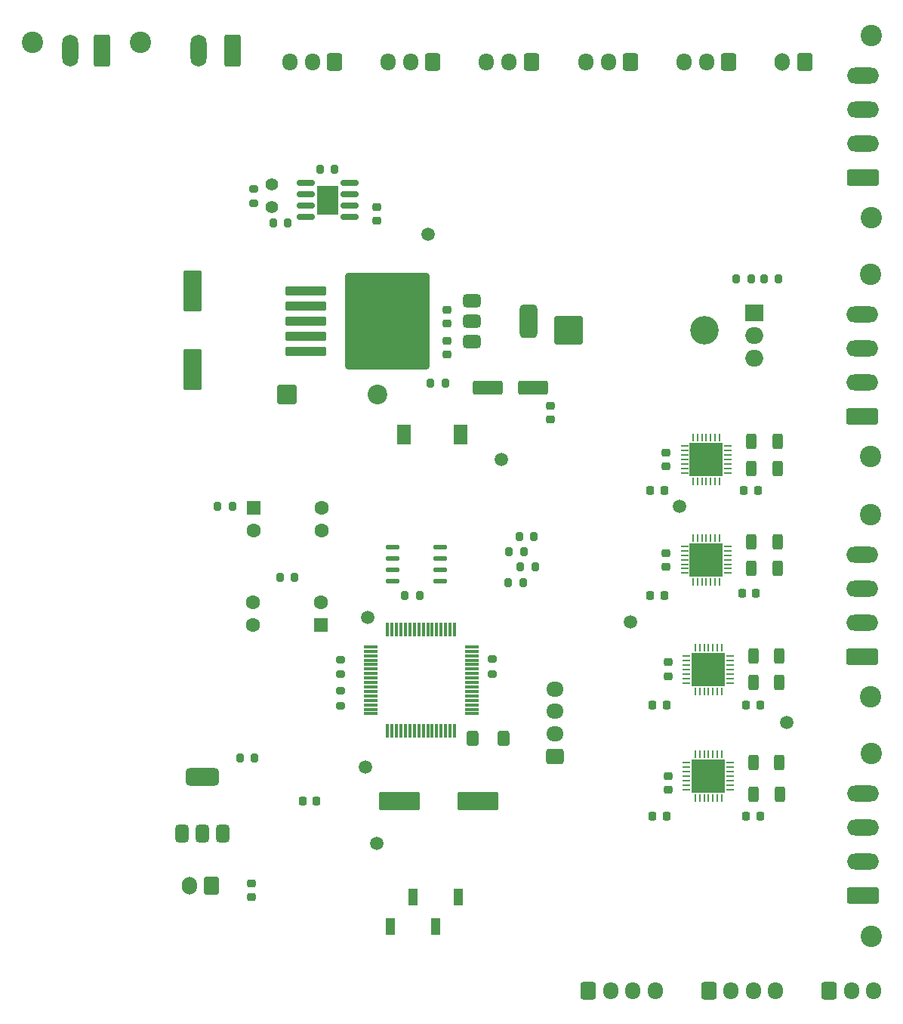
<source format=gbr>
%TF.GenerationSoftware,KiCad,Pcbnew,9.0.2*%
%TF.CreationDate,2025-12-04T18:58:38+01:00*%
%TF.ProjectId,TechStarter,54656368-5374-4617-9274-65722e6b6963,rev?*%
%TF.SameCoordinates,Original*%
%TF.FileFunction,Soldermask,Top*%
%TF.FilePolarity,Negative*%
%FSLAX46Y46*%
G04 Gerber Fmt 4.6, Leading zero omitted, Abs format (unit mm)*
G04 Created by KiCad (PCBNEW 9.0.2) date 2025-12-04 18:58:38*
%MOMM*%
%LPD*%
G01*
G04 APERTURE LIST*
G04 Aperture macros list*
%AMRoundRect*
0 Rectangle with rounded corners*
0 $1 Rounding radius*
0 $2 $3 $4 $5 $6 $7 $8 $9 X,Y pos of 4 corners*
0 Add a 4 corners polygon primitive as box body*
4,1,4,$2,$3,$4,$5,$6,$7,$8,$9,$2,$3,0*
0 Add four circle primitives for the rounded corners*
1,1,$1+$1,$2,$3*
1,1,$1+$1,$4,$5*
1,1,$1+$1,$6,$7*
1,1,$1+$1,$8,$9*
0 Add four rect primitives between the rounded corners*
20,1,$1+$1,$2,$3,$4,$5,0*
20,1,$1+$1,$4,$5,$6,$7,0*
20,1,$1+$1,$6,$7,$8,$9,0*
20,1,$1+$1,$8,$9,$2,$3,0*%
G04 Aperture macros list end*
%ADD10RoundRect,0.250000X-0.312500X-0.625000X0.312500X-0.625000X0.312500X0.625000X-0.312500X0.625000X0*%
%ADD11C,1.500000*%
%ADD12RoundRect,0.250000X0.600000X0.725000X-0.600000X0.725000X-0.600000X-0.725000X0.600000X-0.725000X0*%
%ADD13O,1.700000X1.950000*%
%ADD14RoundRect,0.200000X-0.200000X-0.275000X0.200000X-0.275000X0.200000X0.275000X-0.200000X0.275000X0*%
%ADD15R,1.500000X2.200000*%
%ADD16RoundRect,0.250000X-0.600000X-0.725000X0.600000X-0.725000X0.600000X0.725000X-0.600000X0.725000X0*%
%ADD17RoundRect,0.225000X-0.225000X-0.250000X0.225000X-0.250000X0.225000X0.250000X-0.225000X0.250000X0*%
%ADD18RoundRect,0.225000X0.250000X-0.225000X0.250000X0.225000X-0.250000X0.225000X-0.250000X-0.225000X0*%
%ADD19RoundRect,0.250000X0.650000X1.550000X-0.650000X1.550000X-0.650000X-1.550000X0.650000X-1.550000X0*%
%ADD20O,1.800000X3.600000*%
%ADD21RoundRect,0.375000X0.375000X-0.625000X0.375000X0.625000X-0.375000X0.625000X-0.375000X-0.625000X0*%
%ADD22RoundRect,0.500000X1.400000X-0.500000X1.400000X0.500000X-1.400000X0.500000X-1.400000X-0.500000X0*%
%ADD23C,2.400000*%
%ADD24RoundRect,0.250000X1.550000X-0.650000X1.550000X0.650000X-1.550000X0.650000X-1.550000X-0.650000X0*%
%ADD25O,3.600000X1.800000*%
%ADD26RoundRect,0.249999X-0.850001X-0.850001X0.850001X-0.850001X0.850001X0.850001X-0.850001X0.850001X0*%
%ADD27C,2.200000*%
%ADD28RoundRect,0.137500X-0.612500X-0.137500X0.612500X-0.137500X0.612500X0.137500X-0.612500X0.137500X0*%
%ADD29RoundRect,0.150000X-0.825000X-0.150000X0.825000X-0.150000X0.825000X0.150000X-0.825000X0.150000X0*%
%ADD30R,2.410000X3.300000*%
%ADD31RoundRect,0.250001X-0.799999X2.049999X-0.799999X-2.049999X0.799999X-2.049999X0.799999X2.049999X0*%
%ADD32RoundRect,0.250000X0.550000X0.550000X-0.550000X0.550000X-0.550000X-0.550000X0.550000X-0.550000X0*%
%ADD33C,1.600000*%
%ADD34RoundRect,0.200000X-0.275000X0.200000X-0.275000X-0.200000X0.275000X-0.200000X0.275000X0.200000X0*%
%ADD35RoundRect,0.062500X-0.337500X-0.062500X0.337500X-0.062500X0.337500X0.062500X-0.337500X0.062500X0*%
%ADD36RoundRect,0.062500X-0.062500X-0.337500X0.062500X-0.337500X0.062500X0.337500X-0.062500X0.337500X0*%
%ADD37R,3.700000X3.700000*%
%ADD38RoundRect,0.250000X-2.050000X-0.300000X2.050000X-0.300000X2.050000X0.300000X-2.050000X0.300000X0*%
%ADD39RoundRect,0.250002X-4.449998X-5.149998X4.449998X-5.149998X4.449998X5.149998X-4.449998X5.149998X0*%
%ADD40RoundRect,0.250000X0.725000X-0.600000X0.725000X0.600000X-0.725000X0.600000X-0.725000X-0.600000X0*%
%ADD41O,1.950000X1.700000*%
%ADD42R,1.000000X1.900000*%
%ADD43RoundRect,0.200000X0.275000X-0.200000X0.275000X0.200000X-0.275000X0.200000X-0.275000X-0.200000X0*%
%ADD44RoundRect,0.375000X-0.625000X-0.375000X0.625000X-0.375000X0.625000X0.375000X-0.625000X0.375000X0*%
%ADD45RoundRect,0.500000X-0.500000X-1.400000X0.500000X-1.400000X0.500000X1.400000X-0.500000X1.400000X0*%
%ADD46RoundRect,0.200000X0.200000X0.275000X-0.200000X0.275000X-0.200000X-0.275000X0.200000X-0.275000X0*%
%ADD47RoundRect,0.250000X-0.550000X-0.550000X0.550000X-0.550000X0.550000X0.550000X-0.550000X0.550000X0*%
%ADD48RoundRect,0.250001X2.049999X0.799999X-2.049999X0.799999X-2.049999X-0.799999X2.049999X-0.799999X0*%
%ADD49RoundRect,0.250000X0.600000X0.750000X-0.600000X0.750000X-0.600000X-0.750000X0.600000X-0.750000X0*%
%ADD50O,1.700000X2.000000*%
%ADD51RoundRect,0.250000X-1.350000X-1.350000X1.350000X-1.350000X1.350000X1.350000X-1.350000X1.350000X0*%
%ADD52C,3.200000*%
%ADD53RoundRect,0.075000X-0.700000X-0.075000X0.700000X-0.075000X0.700000X0.075000X-0.700000X0.075000X0*%
%ADD54RoundRect,0.075000X-0.075000X-0.700000X0.075000X-0.700000X0.075000X0.700000X-0.075000X0.700000X0*%
%ADD55C,1.400000*%
%ADD56RoundRect,0.250000X-1.412500X-0.550000X1.412500X-0.550000X1.412500X0.550000X-1.412500X0.550000X0*%
%ADD57RoundRect,0.250000X0.400000X0.600000X-0.400000X0.600000X-0.400000X-0.600000X0.400000X-0.600000X0*%
%ADD58RoundRect,0.225000X-0.250000X0.225000X-0.250000X-0.225000X0.250000X-0.225000X0.250000X0.225000X0*%
%ADD59R,2.000000X1.905000*%
%ADD60O,2.000000X1.905000*%
G04 APERTURE END LIST*
D10*
%TO.C,R17*%
X248522500Y-76250000D03*
X251447500Y-76250000D03*
%TD*%
D11*
%TO.C,FID3*%
X205250000Y-109750000D03*
%TD*%
D10*
%TO.C,R16*%
X248560000Y-87500000D03*
X251485000Y-87500000D03*
%TD*%
D12*
%TO.C,J7*%
X235000000Y-30695000D03*
D13*
X232500000Y-30695000D03*
X230000000Y-30695000D03*
%TD*%
D14*
%TO.C,R21*%
X195675000Y-88500000D03*
X197325000Y-88500000D03*
%TD*%
%TO.C,R19*%
X249925000Y-55000000D03*
X251575000Y-55000000D03*
%TD*%
D15*
%TO.C,L1*%
X209550000Y-72500000D03*
X215950000Y-72500000D03*
%TD*%
D16*
%TO.C,J9*%
X257250000Y-134805000D03*
D13*
X259750000Y-134805000D03*
X262250000Y-134805000D03*
%TD*%
D16*
%TO.C,J18*%
X243750000Y-134805000D03*
D13*
X246250000Y-134805000D03*
X248750000Y-134805000D03*
X251250000Y-134805000D03*
%TD*%
D17*
%TO.C,C11*%
X237460000Y-102750000D03*
X239010000Y-102750000D03*
%TD*%
D14*
%TO.C,R9*%
X221300000Y-89075000D03*
X222950000Y-89075000D03*
%TD*%
D18*
%TO.C,C15*%
X239235000Y-112300000D03*
X239235000Y-110750000D03*
%TD*%
D10*
%TO.C,R15*%
X248772500Y-97250000D03*
X251697500Y-97250000D03*
%TD*%
D19*
%TO.C,J16*%
X190350000Y-29432500D03*
D20*
X186540000Y-29432500D03*
%TD*%
D21*
%TO.C,U11*%
X184700000Y-117150000D03*
X187000000Y-117150000D03*
D22*
X187000000Y-110850000D03*
D21*
X189300000Y-117150000D03*
%TD*%
D23*
%TO.C,J2*%
X261967500Y-48160000D03*
X261967500Y-27730000D03*
D24*
X261067500Y-43660000D03*
D25*
X261067500Y-39850000D03*
X261067500Y-36040000D03*
X261067500Y-32230000D03*
%TD*%
D26*
%TO.C,D1*%
X196420000Y-68000000D03*
D27*
X206580000Y-68000000D03*
%TD*%
D28*
%TO.C,U5*%
X208350000Y-85095000D03*
X208350000Y-86365000D03*
X208350000Y-87635000D03*
X208350000Y-88905000D03*
X213650000Y-88905000D03*
X213650000Y-87635000D03*
X213650000Y-86365000D03*
X213650000Y-85095000D03*
%TD*%
D29*
%TO.C,U12*%
X198575000Y-44295000D03*
X198575000Y-45565000D03*
X198575000Y-46835000D03*
X198575000Y-48105000D03*
X203525000Y-48105000D03*
X203525000Y-46835000D03*
X203525000Y-45565000D03*
X203525000Y-44295000D03*
D30*
X201050000Y-46200000D03*
%TD*%
D16*
%TO.C,J15*%
X230250000Y-134805000D03*
D13*
X232750000Y-134805000D03*
X235250000Y-134805000D03*
X237750000Y-134805000D03*
%TD*%
D31*
%TO.C,C7*%
X185875000Y-56350000D03*
X185875000Y-65150000D03*
%TD*%
D17*
%TO.C,C2*%
X237210000Y-78750000D03*
X238760000Y-78750000D03*
%TD*%
D10*
%TO.C,R7*%
X248522500Y-84500000D03*
X251447500Y-84500000D03*
%TD*%
D32*
%TO.C,U10*%
X200305000Y-93775000D03*
D33*
X200305000Y-91235000D03*
X192685000Y-91235000D03*
X192685000Y-93775000D03*
%TD*%
D14*
%TO.C,R6*%
X191175000Y-108750000D03*
X192825000Y-108750000D03*
%TD*%
D17*
%TO.C,C14*%
X247960000Y-102750000D03*
X249510000Y-102750000D03*
%TD*%
%TO.C,C16*%
X247960000Y-115250000D03*
X249510000Y-115250000D03*
%TD*%
D34*
%TO.C,R25*%
X192750000Y-44925000D03*
X192750000Y-46575000D03*
%TD*%
D35*
%TO.C,U8*%
X241285000Y-109250000D03*
X241285000Y-109750000D03*
X241285000Y-110250000D03*
X241285000Y-110750000D03*
X241285000Y-111250000D03*
X241285000Y-111750000D03*
X241285000Y-112250000D03*
D36*
X242235000Y-113200000D03*
X242735000Y-113200000D03*
X243235000Y-113200000D03*
X243735000Y-113200000D03*
X244235000Y-113200000D03*
X244735000Y-113200000D03*
X245235000Y-113200000D03*
D35*
X246185000Y-112250000D03*
X246185000Y-111750000D03*
X246185000Y-111250000D03*
X246185000Y-110750000D03*
X246185000Y-110250000D03*
X246185000Y-109750000D03*
X246185000Y-109250000D03*
D36*
X245235000Y-108300000D03*
X244735000Y-108300000D03*
X244235000Y-108300000D03*
X243735000Y-108300000D03*
X243235000Y-108300000D03*
X242735000Y-108300000D03*
X242235000Y-108300000D03*
D37*
X243735000Y-110750000D03*
%TD*%
D38*
%TO.C,U4*%
X198600000Y-56350000D03*
X198600000Y-58050000D03*
X198600000Y-59750000D03*
D39*
X207750000Y-59750000D03*
D38*
X198600000Y-61450000D03*
X198600000Y-63150000D03*
%TD*%
D10*
%TO.C,R8*%
X248560000Y-73250000D03*
X251485000Y-73250000D03*
%TD*%
D17*
%TO.C,C6*%
X247525000Y-90230000D03*
X249075000Y-90230000D03*
%TD*%
D40*
%TO.C,J14*%
X226475000Y-108500000D03*
D41*
X226475000Y-106000000D03*
X226475000Y-103500000D03*
X226475000Y-101000000D03*
%TD*%
D11*
%TO.C,FID6*%
X206500000Y-118250000D03*
%TD*%
D42*
%TO.C,J12*%
X215690000Y-124275000D03*
X213150000Y-127575000D03*
X210610000Y-124275000D03*
X208070000Y-127575000D03*
%TD*%
D43*
%TO.C,R11*%
X202500000Y-102825000D03*
X202500000Y-101175000D03*
%TD*%
D44*
%TO.C,U7*%
X217225000Y-57450000D03*
X217225000Y-59750000D03*
D45*
X223525000Y-59750000D03*
D44*
X217225000Y-62050000D03*
%TD*%
D14*
%TO.C,R18*%
X246850000Y-55000000D03*
X248500000Y-55000000D03*
%TD*%
D46*
%TO.C,R13*%
X196575000Y-48750000D03*
X194925000Y-48750000D03*
%TD*%
D12*
%TO.C,J10*%
X212800000Y-30695000D03*
D13*
X210300000Y-30695000D03*
X207800000Y-30695000D03*
%TD*%
D18*
%TO.C,C13*%
X239235000Y-99525000D03*
X239235000Y-97975000D03*
%TD*%
D23*
%TO.C,J1*%
X261900000Y-74930000D03*
X261900000Y-54500000D03*
D24*
X261000000Y-70430000D03*
D25*
X261000000Y-66620000D03*
X261000000Y-62810000D03*
X261000000Y-59000000D03*
%TD*%
D43*
%TO.C,R2*%
X219450000Y-99300000D03*
X219450000Y-97650000D03*
%TD*%
D11*
%TO.C,FID1*%
X212250000Y-50000000D03*
%TD*%
D12*
%TO.C,J11*%
X201800000Y-30695000D03*
D13*
X199300000Y-30695000D03*
X196800000Y-30695000D03*
%TD*%
D11*
%TO.C,FID4*%
X240500000Y-80500000D03*
%TD*%
D23*
%TO.C,J13*%
X179995000Y-28532500D03*
X167895000Y-28532500D03*
D19*
X175695000Y-29432500D03*
D20*
X172195000Y-29432500D03*
%TD*%
D47*
%TO.C,U9*%
X192695000Y-80725000D03*
D33*
X192695000Y-83265000D03*
X200315000Y-83265000D03*
X200315000Y-80725000D03*
%TD*%
D48*
%TO.C,C21*%
X217900000Y-113500000D03*
X209100000Y-113500000D03*
%TD*%
D14*
%TO.C,R1*%
X212550000Y-66750000D03*
X214200000Y-66750000D03*
%TD*%
%TO.C,R3*%
X221350000Y-85575000D03*
X223000000Y-85575000D03*
%TD*%
D17*
%TO.C,C5*%
X247710000Y-78750000D03*
X249260000Y-78750000D03*
%TD*%
D18*
%TO.C,C3*%
X238985000Y-76025000D03*
X238985000Y-74475000D03*
%TD*%
D35*
%TO.C,U2*%
X241035000Y-73750000D03*
X241035000Y-74250000D03*
X241035000Y-74750000D03*
X241035000Y-75250000D03*
X241035000Y-75750000D03*
X241035000Y-76250000D03*
X241035000Y-76750000D03*
D36*
X241985000Y-77700000D03*
X242485000Y-77700000D03*
X242985000Y-77700000D03*
X243485000Y-77700000D03*
X243985000Y-77700000D03*
X244485000Y-77700000D03*
X244985000Y-77700000D03*
D35*
X245935000Y-76750000D03*
X245935000Y-76250000D03*
X245935000Y-75750000D03*
X245935000Y-75250000D03*
X245935000Y-74750000D03*
X245935000Y-74250000D03*
X245935000Y-73750000D03*
D36*
X244985000Y-72800000D03*
X244485000Y-72800000D03*
X243985000Y-72800000D03*
X243485000Y-72800000D03*
X242985000Y-72800000D03*
X242485000Y-72800000D03*
X241985000Y-72800000D03*
D37*
X243485000Y-75250000D03*
%TD*%
D49*
%TO.C,J3*%
X254500000Y-30695000D03*
D50*
X252000000Y-30695000D03*
%TD*%
D35*
%TO.C,U6*%
X241285000Y-97300000D03*
X241285000Y-97800000D03*
X241285000Y-98300000D03*
X241285000Y-98800000D03*
X241285000Y-99300000D03*
X241285000Y-99800000D03*
X241285000Y-100300000D03*
D36*
X242235000Y-101250000D03*
X242735000Y-101250000D03*
X243235000Y-101250000D03*
X243735000Y-101250000D03*
X244235000Y-101250000D03*
X244735000Y-101250000D03*
X245235000Y-101250000D03*
D35*
X246185000Y-100300000D03*
X246185000Y-99800000D03*
X246185000Y-99300000D03*
X246185000Y-98800000D03*
X246185000Y-98300000D03*
X246185000Y-97800000D03*
X246185000Y-97300000D03*
D36*
X245235000Y-96350000D03*
X244735000Y-96350000D03*
X244235000Y-96350000D03*
X243735000Y-96350000D03*
X243235000Y-96350000D03*
X242735000Y-96350000D03*
X242235000Y-96350000D03*
D37*
X243735000Y-98800000D03*
%TD*%
D11*
%TO.C,FID2*%
X205500000Y-93000000D03*
%TD*%
%TO.C,FID5*%
X252500000Y-104750000D03*
%TD*%
D18*
%TO.C,C9*%
X214375000Y-60025000D03*
X214375000Y-58475000D03*
%TD*%
D14*
%TO.C,R4*%
X222525000Y-83875000D03*
X224175000Y-83875000D03*
%TD*%
D12*
%TO.C,J8*%
X223850000Y-30695000D03*
D13*
X221350000Y-30695000D03*
X218850000Y-30695000D03*
%TD*%
D17*
%TO.C,C1*%
X237210000Y-90500000D03*
X238760000Y-90500000D03*
%TD*%
D10*
%TO.C,R22*%
X248810000Y-112750000D03*
X251735000Y-112750000D03*
%TD*%
D49*
%TO.C,J17*%
X188000000Y-123000000D03*
D50*
X185500000Y-123000000D03*
%TD*%
D14*
%TO.C,R5*%
X209675000Y-90500000D03*
X211325000Y-90500000D03*
%TD*%
D46*
%TO.C,R20*%
X190325000Y-80500000D03*
X188675000Y-80500000D03*
%TD*%
%TO.C,R24*%
X201825000Y-42750000D03*
X200175000Y-42750000D03*
%TD*%
D23*
%TO.C,J4*%
X261900000Y-101870000D03*
X261900000Y-81440000D03*
D24*
X261000000Y-97370000D03*
D25*
X261000000Y-93560000D03*
X261000000Y-89750000D03*
X261000000Y-85940000D03*
%TD*%
D17*
%TO.C,C17*%
X198225000Y-113500000D03*
X199775000Y-113500000D03*
%TD*%
D51*
%TO.C,D4*%
X227995000Y-60750000D03*
D52*
X243235000Y-60750000D03*
%TD*%
D10*
%TO.C,R14*%
X248772500Y-109250000D03*
X251697500Y-109250000D03*
%TD*%
D11*
%TO.C,FID8*%
X220500000Y-75250000D03*
%TD*%
D34*
%TO.C,R12*%
X202500000Y-97675000D03*
X202500000Y-99325000D03*
%TD*%
D14*
%TO.C,R10*%
X222625000Y-87300000D03*
X224275000Y-87300000D03*
%TD*%
D53*
%TO.C,U1*%
X205825000Y-96250000D03*
X205825000Y-96750000D03*
X205825000Y-97250000D03*
X205825000Y-97750000D03*
X205825000Y-98250000D03*
X205825000Y-98750000D03*
X205825000Y-99250000D03*
X205825000Y-99750000D03*
X205825000Y-100250000D03*
X205825000Y-100750000D03*
X205825000Y-101250000D03*
X205825000Y-101750000D03*
X205825000Y-102250000D03*
X205825000Y-102750000D03*
X205825000Y-103250000D03*
X205825000Y-103750000D03*
D54*
X207750000Y-105675000D03*
X208250000Y-105675000D03*
X208750000Y-105675000D03*
X209250000Y-105675000D03*
X209750000Y-105675000D03*
X210250000Y-105675000D03*
X210750000Y-105675000D03*
X211250000Y-105675000D03*
X211750000Y-105675000D03*
X212250000Y-105675000D03*
X212750000Y-105675000D03*
X213250000Y-105675000D03*
X213750000Y-105675000D03*
X214250000Y-105675000D03*
X214750000Y-105675000D03*
X215250000Y-105675000D03*
D53*
X217175000Y-103750000D03*
X217175000Y-103250000D03*
X217175000Y-102750000D03*
X217175000Y-102250000D03*
X217175000Y-101750000D03*
X217175000Y-101250000D03*
X217175000Y-100750000D03*
X217175000Y-100250000D03*
X217175000Y-99750000D03*
X217175000Y-99250000D03*
X217175000Y-98750000D03*
X217175000Y-98250000D03*
X217175000Y-97750000D03*
X217175000Y-97250000D03*
X217175000Y-96750000D03*
X217175000Y-96250000D03*
D54*
X215250000Y-94325000D03*
X214750000Y-94325000D03*
X214250000Y-94325000D03*
X213750000Y-94325000D03*
X213250000Y-94325000D03*
X212750000Y-94325000D03*
X212250000Y-94325000D03*
X211750000Y-94325000D03*
X211250000Y-94325000D03*
X210750000Y-94325000D03*
X210250000Y-94325000D03*
X209750000Y-94325000D03*
X209250000Y-94325000D03*
X208750000Y-94325000D03*
X208250000Y-94325000D03*
X207750000Y-94325000D03*
%TD*%
D55*
%TO.C,TH1*%
X194750000Y-44460000D03*
X194750000Y-47000000D03*
%TD*%
D18*
%TO.C,C10*%
X214375000Y-63525000D03*
X214375000Y-61975000D03*
%TD*%
D10*
%TO.C,R23*%
X248772500Y-100250000D03*
X251697500Y-100250000D03*
%TD*%
D23*
%TO.C,J6*%
X261967500Y-128660000D03*
X261967500Y-108230000D03*
D24*
X261067500Y-124160000D03*
D25*
X261067500Y-120350000D03*
X261067500Y-116540000D03*
X261067500Y-112730000D03*
%TD*%
D56*
%TO.C,C8*%
X218962500Y-67250000D03*
X224037500Y-67250000D03*
%TD*%
D17*
%TO.C,C12*%
X237460000Y-115250000D03*
X239010000Y-115250000D03*
%TD*%
D18*
%TO.C,C19*%
X226000000Y-70775000D03*
X226000000Y-69225000D03*
%TD*%
D11*
%TO.C,FID7*%
X235000000Y-93500000D03*
%TD*%
D18*
%TO.C,C4*%
X238985000Y-87275000D03*
X238985000Y-85725000D03*
%TD*%
D35*
%TO.C,U3*%
X241035000Y-85000000D03*
X241035000Y-85500000D03*
X241035000Y-86000000D03*
X241035000Y-86500000D03*
X241035000Y-87000000D03*
X241035000Y-87500000D03*
X241035000Y-88000000D03*
D36*
X241985000Y-88950000D03*
X242485000Y-88950000D03*
X242985000Y-88950000D03*
X243485000Y-88950000D03*
X243985000Y-88950000D03*
X244485000Y-88950000D03*
X244985000Y-88950000D03*
D35*
X245935000Y-88000000D03*
X245935000Y-87500000D03*
X245935000Y-87000000D03*
X245935000Y-86500000D03*
X245935000Y-86000000D03*
X245935000Y-85500000D03*
X245935000Y-85000000D03*
D36*
X244985000Y-84050000D03*
X244485000Y-84050000D03*
X243985000Y-84050000D03*
X243485000Y-84050000D03*
X242985000Y-84050000D03*
X242485000Y-84050000D03*
X241985000Y-84050000D03*
D37*
X243485000Y-86500000D03*
%TD*%
D57*
%TO.C,D2*%
X220750000Y-106500000D03*
X217250000Y-106500000D03*
%TD*%
D18*
%TO.C,C18*%
X206500000Y-48525000D03*
X206500000Y-46975000D03*
%TD*%
D58*
%TO.C,C20*%
X192500000Y-122725000D03*
X192500000Y-124275000D03*
%TD*%
D12*
%TO.C,J5*%
X246000000Y-30695000D03*
D13*
X243500000Y-30695000D03*
X241000000Y-30695000D03*
%TD*%
D59*
%TO.C,Q3*%
X248875000Y-58870000D03*
D60*
X248875000Y-61410000D03*
X248875000Y-63950000D03*
%TD*%
M02*

</source>
